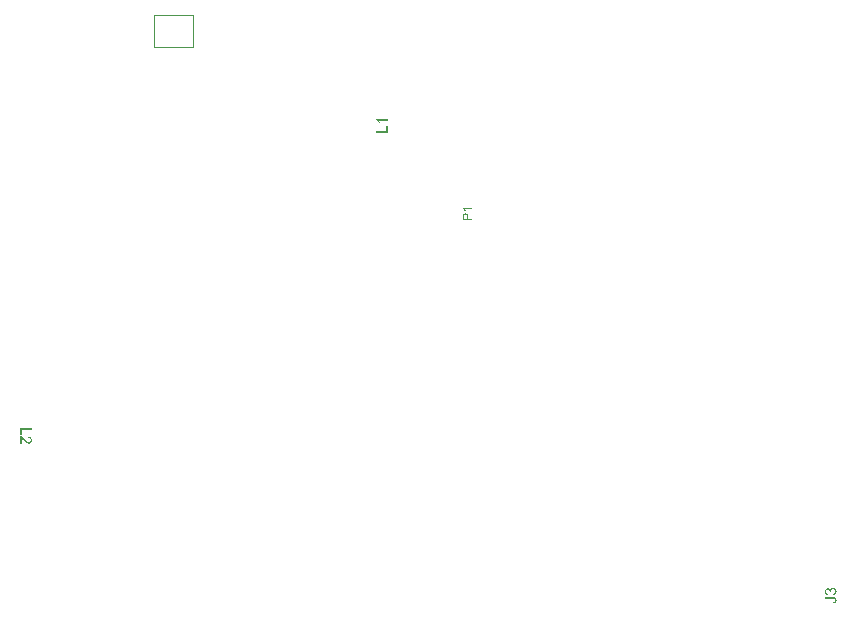
<source format=gbr>
%TF.GenerationSoftware,Altium Limited,Altium Designer,25.8.1 (18)*%
G04 Layer_Color=32768*
%FSLAX45Y45*%
%MOMM*%
%TF.SameCoordinates,E40C52F6-B12D-486C-AAC2-1DB2447C0C70*%
%TF.FilePolarity,Positive*%
%TF.FileFunction,Other,Top_Designator*%
%TF.Part,Single*%
G01*
G75*
%TA.AperFunction,NonConductor*%
%ADD64C,0.10000*%
G36*
X1086499Y4094328D02*
X1001730D01*
Y4046944D01*
X990378D01*
Y4107033D01*
X1086499D01*
Y4094328D01*
D02*
G37*
G36*
X992982Y4038093D02*
X994231Y4037988D01*
X995585Y4037676D01*
X997043Y4037364D01*
X998501Y4036843D01*
X998605D01*
X998814Y4036739D01*
X999126Y4036635D01*
X999647Y4036426D01*
X1000167Y4036114D01*
X1000896Y4035801D01*
X1002563Y4034968D01*
X1004541Y4033927D01*
X1006728Y4032573D01*
X1009019Y4031011D01*
X1011310Y4029136D01*
X1011415Y4029032D01*
X1011623Y4028928D01*
X1011935Y4028616D01*
X1012456Y4028095D01*
X1012977Y4027574D01*
X1013706Y4026845D01*
X1014539Y4026116D01*
X1015476Y4025179D01*
X1016517Y4024138D01*
X1017559Y4022992D01*
X1018808Y4021743D01*
X1020058Y4020285D01*
X1021412Y4018827D01*
X1022766Y4017160D01*
X1024224Y4015494D01*
X1025786Y4013620D01*
X1025890Y4013411D01*
X1026411Y4012891D01*
X1027036Y4012162D01*
X1027973Y4011120D01*
X1029014Y4009871D01*
X1030264Y4008413D01*
X1031618Y4006746D01*
X1033180Y4005080D01*
X1036408Y4001539D01*
X1039845Y3998103D01*
X1041511Y3996437D01*
X1043177Y3994874D01*
X1044739Y3993521D01*
X1046197Y3992375D01*
X1046301Y3992271D01*
X1046510Y3992167D01*
X1046926Y3991854D01*
X1047447Y3991542D01*
X1048176Y3991021D01*
X1048905Y3990605D01*
X1050779Y3989563D01*
X1052966Y3988522D01*
X1055362Y3987585D01*
X1057861Y3986960D01*
X1059111Y3986856D01*
X1060360Y3986751D01*
X1060464D01*
X1060673D01*
X1061089D01*
X1061506Y3986856D01*
X1062131D01*
X1062860Y3987064D01*
X1064422Y3987376D01*
X1066296Y3988001D01*
X1068275Y3988938D01*
X1069316Y3989459D01*
X1070254Y3990188D01*
X1071191Y3990917D01*
X1072128Y3991854D01*
X1072232Y3991958D01*
X1072336Y3992063D01*
X1072545Y3992375D01*
X1072857Y3992792D01*
X1073274Y3993312D01*
X1073690Y3993937D01*
X1074628Y3995395D01*
X1075461Y3997374D01*
X1076294Y3999561D01*
X1076814Y4002164D01*
X1077023Y4003622D01*
Y4005913D01*
X1076919Y4006538D01*
Y4007267D01*
X1076710Y4008100D01*
X1076398Y4009975D01*
X1075773Y4012162D01*
X1074836Y4014453D01*
X1074211Y4015598D01*
X1073586Y4016744D01*
X1072753Y4017785D01*
X1071816Y4018827D01*
X1071712Y4018931D01*
X1071607Y4019035D01*
X1071295Y4019243D01*
X1070878Y4019660D01*
X1070358Y4019972D01*
X1069733Y4020389D01*
X1069004Y4020909D01*
X1068171Y4021326D01*
X1067234Y4021847D01*
X1066192Y4022263D01*
X1063693Y4023096D01*
X1060985Y4023721D01*
X1059423Y4023825D01*
X1057757Y4023929D01*
X1059007Y4036010D01*
X1059215D01*
X1059631Y4035906D01*
X1060256Y4035801D01*
X1061193Y4035697D01*
X1062339Y4035489D01*
X1063693Y4035177D01*
X1065151Y4034864D01*
X1066713Y4034343D01*
X1068275Y4033823D01*
X1070045Y4033198D01*
X1071712Y4032365D01*
X1073378Y4031532D01*
X1075148Y4030490D01*
X1076710Y4029345D01*
X1078272Y4028095D01*
X1079626Y4026637D01*
X1079730Y4026533D01*
X1079939Y4026221D01*
X1080251Y4025804D01*
X1080772Y4025179D01*
X1081292Y4024346D01*
X1081917Y4023305D01*
X1082542Y4022159D01*
X1083271Y4020805D01*
X1083896Y4019347D01*
X1084521Y4017681D01*
X1085146Y4015911D01*
X1085666Y4013932D01*
X1086187Y4011849D01*
X1086499Y4009662D01*
X1086708Y4007267D01*
X1086812Y4004768D01*
Y4003414D01*
X1086708Y4002477D01*
X1086604Y4001331D01*
X1086395Y3999977D01*
X1086187Y3998415D01*
X1085875Y3996853D01*
X1085458Y3995083D01*
X1084937Y3993312D01*
X1084313Y3991438D01*
X1083584Y3989667D01*
X1082646Y3987793D01*
X1081605Y3986023D01*
X1080459Y3984356D01*
X1079106Y3982794D01*
X1079001Y3982690D01*
X1078793Y3982482D01*
X1078272Y3982065D01*
X1077752Y3981544D01*
X1077023Y3980920D01*
X1076085Y3980191D01*
X1075044Y3979462D01*
X1073794Y3978733D01*
X1072545Y3978004D01*
X1071087Y3977275D01*
X1069525Y3976546D01*
X1067858Y3975921D01*
X1065984Y3975400D01*
X1064109Y3974984D01*
X1062131Y3974775D01*
X1060048Y3974671D01*
X1059944D01*
X1059840D01*
X1059527D01*
X1059111D01*
X1057965Y3974775D01*
X1056507Y3974984D01*
X1054737Y3975296D01*
X1052862Y3975713D01*
X1050779Y3976233D01*
X1048697Y3977066D01*
X1048593D01*
X1048488Y3977171D01*
X1048176Y3977275D01*
X1047759Y3977483D01*
X1046614Y3978108D01*
X1045156Y3978941D01*
X1043386Y3980087D01*
X1041407Y3981440D01*
X1039324Y3983002D01*
X1037033Y3984981D01*
X1036929Y3985085D01*
X1036721Y3985189D01*
X1036408Y3985606D01*
X1035887Y3986023D01*
X1035263Y3986647D01*
X1034534Y3987376D01*
X1033596Y3988209D01*
X1032659Y3989251D01*
X1031514Y3990501D01*
X1030264Y3991854D01*
X1028806Y3993312D01*
X1027348Y3994979D01*
X1025682Y3996749D01*
X1024015Y3998728D01*
X1022141Y4000915D01*
X1020162Y4003206D01*
X1020058Y4003310D01*
X1019746Y4003622D01*
X1019329Y4004247D01*
X1018704Y4004872D01*
X1017975Y4005809D01*
X1017142Y4006746D01*
X1015268Y4008933D01*
X1013289Y4011224D01*
X1011206Y4013411D01*
X1010269Y4014453D01*
X1009436Y4015390D01*
X1008603Y4016223D01*
X1007978Y4016848D01*
X1007874Y4016952D01*
X1007457Y4017369D01*
X1006832Y4017889D01*
X1005999Y4018618D01*
X1005062Y4019451D01*
X1004021Y4020285D01*
X1001730Y4021951D01*
Y3974567D01*
X990378D01*
Y4038197D01*
X990587D01*
X991107D01*
X991940D01*
X992982Y4038093D01*
D02*
G37*
G36*
X7871626Y2754718D02*
X7872459D01*
X7873604Y2754510D01*
X7874854Y2754301D01*
X7876208Y2754093D01*
X7877770Y2753676D01*
X7879436Y2753156D01*
X7881102Y2752531D01*
X7882873Y2751802D01*
X7884643Y2750865D01*
X7886518Y2749823D01*
X7888288Y2748574D01*
X7890058Y2747220D01*
X7891725Y2745554D01*
X7891829Y2745449D01*
X7892141Y2745137D01*
X7892558Y2744616D01*
X7893078Y2743887D01*
X7893703Y2743054D01*
X7894432Y2741909D01*
X7895265Y2740659D01*
X7895994Y2739201D01*
X7896827Y2737639D01*
X7897661Y2735869D01*
X7898390Y2733994D01*
X7899014Y2731911D01*
X7899535Y2729724D01*
X7899952Y2727433D01*
X7900264Y2725038D01*
X7900368Y2722434D01*
Y2721914D01*
X7900264Y2721185D01*
Y2720352D01*
X7900160Y2719206D01*
X7899952Y2717956D01*
X7899743Y2716603D01*
X7899431Y2715041D01*
X7899014Y2713374D01*
X7898494Y2711708D01*
X7897973Y2709938D01*
X7897244Y2708167D01*
X7896307Y2706397D01*
X7895370Y2704731D01*
X7894224Y2702960D01*
X7892870Y2701398D01*
X7892766Y2701294D01*
X7892558Y2701086D01*
X7892141Y2700669D01*
X7891516Y2700044D01*
X7890787Y2699420D01*
X7889850Y2698691D01*
X7888809Y2697962D01*
X7887559Y2697128D01*
X7886309Y2696295D01*
X7884747Y2695462D01*
X7883185Y2694629D01*
X7881415Y2693900D01*
X7879540Y2693275D01*
X7877562Y2692650D01*
X7875479Y2692234D01*
X7873292Y2691921D01*
X7871730Y2703689D01*
X7871834D01*
X7872146Y2703793D01*
X7872667Y2703898D01*
X7873396Y2704106D01*
X7874229Y2704314D01*
X7875166Y2704522D01*
X7877353Y2705251D01*
X7879749Y2706189D01*
X7882144Y2707334D01*
X7884331Y2708792D01*
X7885268Y2709625D01*
X7886205Y2710458D01*
Y2710563D01*
X7886413Y2710667D01*
X7886622Y2710979D01*
X7886934Y2711292D01*
X7887559Y2712333D01*
X7888392Y2713791D01*
X7889225Y2715561D01*
X7889850Y2717540D01*
X7890371Y2719935D01*
X7890579Y2722434D01*
Y2723268D01*
X7890475Y2723892D01*
X7890371Y2724517D01*
X7890267Y2725455D01*
X7889850Y2727329D01*
X7889225Y2729620D01*
X7888184Y2732015D01*
X7887455Y2733161D01*
X7886726Y2734306D01*
X7885893Y2735452D01*
X7884851Y2736598D01*
X7884747Y2736702D01*
X7884539Y2736806D01*
X7884227Y2737118D01*
X7883810Y2737535D01*
X7883289Y2737951D01*
X7882560Y2738368D01*
X7881831Y2738889D01*
X7880894Y2739513D01*
X7878811Y2740555D01*
X7876416Y2741388D01*
X7873604Y2742117D01*
X7872146Y2742221D01*
X7870584Y2742325D01*
X7870480D01*
X7870272D01*
X7869751D01*
X7869230Y2742221D01*
X7868501Y2742117D01*
X7867772Y2742013D01*
X7865898Y2741700D01*
X7863711Y2740971D01*
X7861524Y2740034D01*
X7860378Y2739409D01*
X7859337Y2738680D01*
X7858296Y2737847D01*
X7857254Y2736910D01*
X7857150Y2736806D01*
X7857046Y2736702D01*
X7856734Y2736389D01*
X7856421Y2735973D01*
X7856005Y2735452D01*
X7855588Y2734827D01*
X7854547Y2733265D01*
X7853609Y2731286D01*
X7852776Y2728995D01*
X7852151Y2726392D01*
X7852047Y2724934D01*
X7851943Y2723476D01*
Y2722851D01*
X7852047Y2722122D01*
Y2721185D01*
X7852256Y2719935D01*
X7852464Y2718581D01*
X7852776Y2716915D01*
X7853193Y2715145D01*
X7842883Y2716394D01*
Y2716603D01*
X7842987Y2717123D01*
X7843091Y2717748D01*
Y2719102D01*
X7842987Y2719623D01*
Y2720352D01*
X7842883Y2721081D01*
X7842571Y2722851D01*
X7842154Y2724934D01*
X7841425Y2727225D01*
X7840488Y2729620D01*
X7839134Y2731911D01*
Y2732015D01*
X7838926Y2732224D01*
X7838717Y2732432D01*
X7838405Y2732848D01*
X7837468Y2733890D01*
X7836114Y2735035D01*
X7834448Y2736077D01*
X7832365Y2737118D01*
X7831219Y2737535D01*
X7829865Y2737743D01*
X7828512Y2737951D01*
X7827054Y2738055D01*
X7826950D01*
X7826741D01*
X7826429D01*
X7825908Y2737951D01*
X7824763Y2737847D01*
X7823201Y2737535D01*
X7821534Y2737014D01*
X7819764Y2736181D01*
X7817889Y2735035D01*
X7817056Y2734411D01*
X7816223Y2733577D01*
X7816015Y2733369D01*
X7815598Y2732744D01*
X7814869Y2731807D01*
X7814036Y2730557D01*
X7813307Y2728891D01*
X7812578Y2726913D01*
X7812162Y2724726D01*
X7811953Y2722226D01*
Y2721601D01*
X7812058Y2721081D01*
Y2720456D01*
X7812162Y2719831D01*
X7812474Y2718165D01*
X7812995Y2716394D01*
X7813828Y2714416D01*
X7814869Y2712541D01*
X7816327Y2710667D01*
X7816536Y2710458D01*
X7817160Y2709938D01*
X7818098Y2709105D01*
X7819556Y2708271D01*
X7821326Y2707230D01*
X7823617Y2706293D01*
X7826221Y2705460D01*
X7829241Y2704835D01*
X7827158Y2693067D01*
X7827054D01*
X7826637Y2693171D01*
X7826012Y2693275D01*
X7825179Y2693484D01*
X7824242Y2693796D01*
X7823096Y2694108D01*
X7821847Y2694525D01*
X7820493Y2695046D01*
X7817473Y2696399D01*
X7816015Y2697128D01*
X7814453Y2698066D01*
X7812995Y2699107D01*
X7811537Y2700253D01*
X7810079Y2701502D01*
X7808829Y2702856D01*
X7808725Y2702960D01*
X7808517Y2703169D01*
X7808204Y2703689D01*
X7807788Y2704210D01*
X7807267Y2705043D01*
X7806746Y2705876D01*
X7806122Y2706918D01*
X7805497Y2708167D01*
X7804976Y2709417D01*
X7804351Y2710875D01*
X7803830Y2712437D01*
X7803310Y2714103D01*
X7802893Y2715978D01*
X7802581Y2717852D01*
X7802373Y2719831D01*
X7802268Y2721914D01*
Y2723268D01*
X7802373Y2723997D01*
X7802477Y2724726D01*
X7802685Y2726704D01*
X7803101Y2728891D01*
X7803726Y2731391D01*
X7804559Y2733890D01*
X7805705Y2736389D01*
Y2736493D01*
X7805809Y2736702D01*
X7806017Y2737014D01*
X7806330Y2737535D01*
X7807059Y2738680D01*
X7808100Y2740138D01*
X7809454Y2741805D01*
X7811016Y2743471D01*
X7812787Y2745137D01*
X7814869Y2746595D01*
X7814973D01*
X7815078Y2746699D01*
X7815494Y2746907D01*
X7815911Y2747116D01*
X7816431Y2747428D01*
X7817056Y2747741D01*
X7818618Y2748365D01*
X7820493Y2748990D01*
X7822576Y2749615D01*
X7824867Y2750032D01*
X7827262Y2750136D01*
X7827366D01*
X7827574D01*
X7827887D01*
X7828303D01*
X7829553Y2749927D01*
X7831011Y2749719D01*
X7832781Y2749303D01*
X7834656Y2748678D01*
X7836635Y2747845D01*
X7838613Y2746699D01*
X7838717D01*
X7838822Y2746595D01*
X7839446Y2746074D01*
X7840384Y2745345D01*
X7841529Y2744200D01*
X7842883Y2742846D01*
X7844237Y2741076D01*
X7845486Y2739097D01*
X7846736Y2736806D01*
Y2736910D01*
X7846840Y2737222D01*
X7846944Y2737639D01*
X7847153Y2738264D01*
X7847361Y2738889D01*
X7847673Y2739722D01*
X7848507Y2741700D01*
X7849652Y2743783D01*
X7851006Y2745970D01*
X7852776Y2748157D01*
X7854963Y2750032D01*
X7855067Y2750136D01*
X7855276Y2750240D01*
X7855588Y2750448D01*
X7856109Y2750761D01*
X7856629Y2751177D01*
X7857358Y2751594D01*
X7858192Y2752010D01*
X7859233Y2752427D01*
X7860274Y2752843D01*
X7861420Y2753260D01*
X7864023Y2754093D01*
X7867043Y2754614D01*
X7868710Y2754822D01*
X7870376D01*
X7870480D01*
X7870897D01*
X7871626Y2754718D01*
D02*
G37*
G36*
X7871105Y2675780D02*
X7872250D01*
X7873604Y2675676D01*
X7874958Y2675467D01*
X7877978Y2675155D01*
X7881102Y2674634D01*
X7884122Y2673905D01*
X7885476Y2673385D01*
X7886830Y2672864D01*
X7886934D01*
X7887142Y2672760D01*
X7887455Y2672551D01*
X7887871Y2672343D01*
X7889121Y2671614D01*
X7890579Y2670573D01*
X7892141Y2669323D01*
X7893807Y2667761D01*
X7895370Y2665782D01*
X7896827Y2663595D01*
Y2663491D01*
X7896932Y2663283D01*
X7897140Y2662971D01*
X7897348Y2662450D01*
X7897661Y2661929D01*
X7897869Y2661200D01*
X7898181Y2660367D01*
X7898494Y2659430D01*
X7899223Y2657243D01*
X7899743Y2654743D01*
X7900160Y2651932D01*
X7900264Y2648808D01*
Y2647558D01*
X7900160Y2646725D01*
X7900056Y2645683D01*
X7899848Y2644434D01*
X7899639Y2643080D01*
X7899327Y2641622D01*
X7899014Y2640060D01*
X7898494Y2638498D01*
X7897973Y2636831D01*
X7897244Y2635269D01*
X7896411Y2633603D01*
X7895474Y2632145D01*
X7894328Y2630687D01*
X7893078Y2629333D01*
X7892974Y2629229D01*
X7892766Y2629021D01*
X7892349Y2628708D01*
X7891725Y2628292D01*
X7890996Y2627771D01*
X7890058Y2627251D01*
X7888913Y2626626D01*
X7887663Y2626001D01*
X7886205Y2625480D01*
X7884643Y2624855D01*
X7882873Y2624335D01*
X7880894Y2623814D01*
X7878811Y2623501D01*
X7876520Y2623189D01*
X7874125Y2622981D01*
X7871521D01*
X7869855Y2634436D01*
X7869959D01*
X7870376D01*
X7870897Y2634540D01*
X7871626D01*
X7872563Y2634644D01*
X7873604Y2634749D01*
X7875895Y2635061D01*
X7878395Y2635582D01*
X7880894Y2636311D01*
X7882040Y2636727D01*
X7883185Y2637248D01*
X7884122Y2637873D01*
X7884956Y2638498D01*
X7885164Y2638706D01*
X7885580Y2639227D01*
X7886205Y2640060D01*
X7886934Y2641205D01*
X7887663Y2642663D01*
X7888288Y2644434D01*
X7888705Y2646412D01*
X7888913Y2648703D01*
Y2649536D01*
X7888809Y2650370D01*
X7888600Y2651515D01*
X7888392Y2652869D01*
X7887976Y2654223D01*
X7887455Y2655577D01*
X7886726Y2656930D01*
X7886622Y2657139D01*
X7886309Y2657555D01*
X7885789Y2658076D01*
X7885164Y2658909D01*
X7884331Y2659638D01*
X7883289Y2660471D01*
X7882144Y2661200D01*
X7880790Y2661825D01*
X7880582Y2661929D01*
X7880061Y2662033D01*
X7879124Y2662242D01*
X7877874Y2662554D01*
X7876208Y2662762D01*
X7874125Y2662971D01*
X7871730Y2663075D01*
X7870272Y2663179D01*
X7868814D01*
X7802581D01*
Y2675884D01*
X7868085D01*
X7868189D01*
X7868606D01*
X7869230D01*
X7870064D01*
X7871105Y2675780D01*
D02*
G37*
G36*
X4099789Y6710523D02*
X4024704D01*
X4024912Y6710315D01*
X4025433Y6709794D01*
X4026162Y6708857D01*
X4027204Y6707503D01*
X4028453Y6705941D01*
X4029807Y6703962D01*
X4031265Y6701775D01*
X4032827Y6699276D01*
Y6699172D01*
X4033035Y6698963D01*
X4033244Y6698651D01*
X4033452Y6698130D01*
X4033868Y6697506D01*
X4034181Y6696777D01*
X4035118Y6695110D01*
X4036055Y6693236D01*
X4037097Y6691153D01*
X4038034Y6688966D01*
X4038867Y6686883D01*
X4027516D01*
X4027412Y6686987D01*
X4027308Y6687300D01*
X4026995Y6687821D01*
X4026683Y6688549D01*
X4026266Y6689383D01*
X4025641Y6690424D01*
X4025017Y6691570D01*
X4024392Y6692715D01*
X4022726Y6695423D01*
X4020747Y6698339D01*
X4018664Y6701359D01*
X4016269Y6704170D01*
X4016165Y6704275D01*
X4015956Y6704483D01*
X4015644Y6704899D01*
X4015123Y6705420D01*
X4014498Y6705941D01*
X4013874Y6706670D01*
X4012103Y6708232D01*
X4010229Y6710002D01*
X4008042Y6711773D01*
X4005751Y6713335D01*
X4003355Y6714689D01*
Y6722291D01*
X4099789D01*
Y6710523D01*
D02*
G37*
G36*
Y6607424D02*
X4003668D01*
Y6620130D01*
X4088438D01*
Y6667513D01*
X4099789D01*
Y6607424D01*
D02*
G37*
G36*
X4813274Y5959781D02*
X4753206D01*
X4753373Y5959614D01*
X4753789Y5959197D01*
X4754372Y5958448D01*
X4755205Y5957365D01*
X4756205Y5956115D01*
X4757288Y5954532D01*
X4758455Y5952782D01*
X4759704Y5950783D01*
Y5950700D01*
X4759871Y5950533D01*
X4760037Y5950283D01*
X4760204Y5949866D01*
X4760537Y5949367D01*
X4760787Y5948783D01*
X4761537Y5947450D01*
X4762287Y5945951D01*
X4763120Y5944285D01*
X4763870Y5942535D01*
X4764536Y5940869D01*
X4755455D01*
X4755372Y5940952D01*
X4755289Y5941202D01*
X4755039Y5941619D01*
X4754789Y5942202D01*
X4754456Y5942868D01*
X4753956Y5943701D01*
X4753456Y5944618D01*
X4752956Y5945534D01*
X4751623Y5947700D01*
X4750040Y5950033D01*
X4748374Y5952449D01*
X4746458Y5954699D01*
X4746374Y5954782D01*
X4746208Y5954948D01*
X4745958Y5955282D01*
X4745541Y5955698D01*
X4745041Y5956115D01*
X4744541Y5956698D01*
X4743125Y5957948D01*
X4741626Y5959364D01*
X4739876Y5960780D01*
X4738043Y5962030D01*
X4736127Y5963113D01*
Y5969195D01*
X4813274D01*
Y5959781D01*
D02*
G37*
G36*
X4760371Y5924456D02*
X4761204Y5924373D01*
X4762120Y5924206D01*
X4763203Y5924040D01*
X4764453Y5923790D01*
X4765703Y5923457D01*
X4767036Y5923040D01*
X4768369Y5922540D01*
X4769785Y5921874D01*
X4771201Y5921207D01*
X4772618Y5920374D01*
X4773951Y5919374D01*
X4775284Y5918291D01*
X4775367Y5918208D01*
X4775534Y5917958D01*
X4775867Y5917625D01*
X4776367Y5917042D01*
X4776866Y5916375D01*
X4777450Y5915459D01*
X4778033Y5914376D01*
X4778616Y5913126D01*
X4779283Y5911626D01*
X4779866Y5910043D01*
X4780449Y5908127D01*
X4780949Y5906128D01*
X4781365Y5903795D01*
X4781699Y5901296D01*
X4781949Y5898630D01*
X4782032Y5895630D01*
Y5875969D01*
X4813274D01*
Y5865805D01*
X4736377D01*
Y5897463D01*
X4736460Y5899129D01*
X4736543Y5901046D01*
X4736710Y5902962D01*
X4736877Y5904795D01*
X4736960Y5905711D01*
X4737127Y5906461D01*
Y5906544D01*
X4737210Y5906711D01*
Y5907044D01*
X4737293Y5907377D01*
X4737460Y5907877D01*
X4737543Y5908460D01*
X4737960Y5909793D01*
X4738460Y5911293D01*
X4739126Y5912876D01*
X4739876Y5914459D01*
X4740792Y5915958D01*
Y5916042D01*
X4740876Y5916125D01*
X4741292Y5916625D01*
X4741875Y5917291D01*
X4742709Y5918208D01*
X4743708Y5919124D01*
X4745041Y5920207D01*
X4746458Y5921207D01*
X4748207Y5922124D01*
X4748290D01*
X4748457Y5922207D01*
X4748707Y5922373D01*
X4749040Y5922540D01*
X4749457Y5922707D01*
X4750040Y5922873D01*
X4751290Y5923373D01*
X4752873Y5923790D01*
X4754622Y5924206D01*
X4756622Y5924456D01*
X4758704Y5924540D01*
X4758788D01*
X4759121D01*
X4759621D01*
X4760371Y5924456D01*
D02*
G37*
%LPC*%
G36*
X4758954Y5914042D02*
X4758871D01*
X4758704D01*
X4758455D01*
X4758121D01*
X4757205Y5913876D01*
X4756122Y5913709D01*
X4754789Y5913459D01*
X4753456Y5912959D01*
X4752040Y5912376D01*
X4750707Y5911543D01*
X4750540Y5911460D01*
X4750123Y5911126D01*
X4749540Y5910543D01*
X4748874Y5909877D01*
X4748124Y5908877D01*
X4747374Y5907794D01*
X4746708Y5906544D01*
X4746208Y5905128D01*
Y5905045D01*
X4746124Y5904628D01*
X4745958Y5903962D01*
X4745791Y5902962D01*
Y5902379D01*
X4745708Y5901712D01*
X4745624Y5900879D01*
X4745541Y5900046D01*
Y5899046D01*
X4745458Y5898046D01*
Y5875969D01*
X4772951D01*
Y5896713D01*
X4772868Y5897380D01*
Y5898213D01*
X4772784Y5899129D01*
X4772618Y5900212D01*
X4772451Y5901296D01*
X4772034Y5903628D01*
X4771368Y5905961D01*
X4770951Y5907044D01*
X4770451Y5908044D01*
X4769952Y5909044D01*
X4769285Y5909877D01*
X4769202Y5909960D01*
X4769118Y5910043D01*
X4768869Y5910293D01*
X4768619Y5910543D01*
X4767785Y5911210D01*
X4766619Y5911959D01*
X4765120Y5912709D01*
X4763370Y5913376D01*
X4761287Y5913876D01*
X4760204Y5913959D01*
X4758954Y5914042D01*
D02*
G37*
%LPD*%
D64*
X2119728Y7335798D02*
X2454728D01*
X2119728D02*
Y7599798D01*
X2454728D01*
Y7335798D02*
Y7599798D01*
%TF.MD5,ec243f5ee497d68e1f757a5d5a7e1edb*%
M02*

</source>
